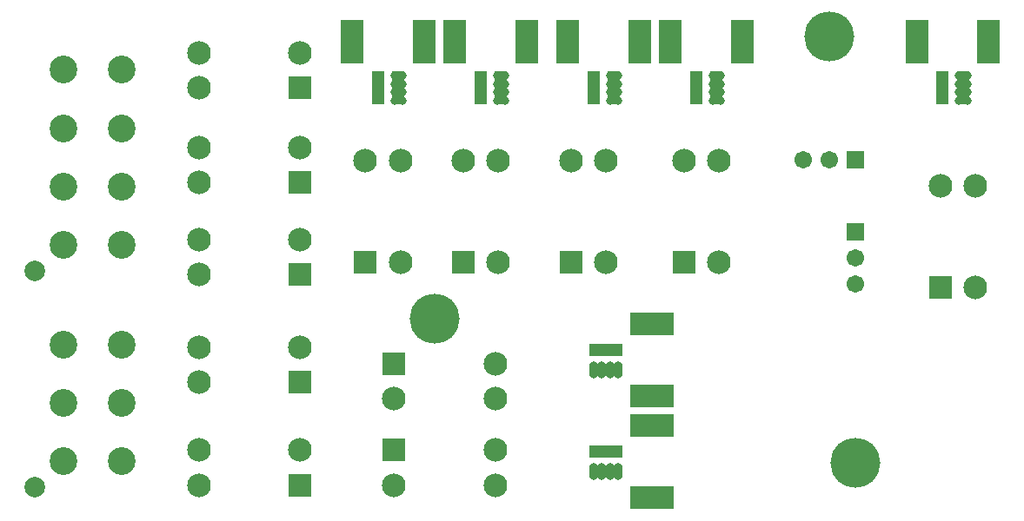
<source format=gts>
G04*
G04 #@! TF.GenerationSoftware,Altium Limited,Altium Designer,19.0.14 (431)*
G04*
G04 Layer_Color=8388736*
%FSLAX25Y25*%
%MOIN*%
G70*
G01*
G75*
%ADD16R,0.12611X0.04737*%
%ADD17R,0.16548X0.08674*%
%ADD18R,0.08674X0.16548*%
%ADD19R,0.04737X0.12611*%
%ADD20C,0.19107*%
%ADD21R,0.09068X0.09068*%
%ADD22C,0.09068*%
%ADD23C,0.10642*%
%ADD24R,0.09068X0.09068*%
%ADD25C,0.06737*%
%ADD26R,0.06737X0.06737*%
%ADD27R,0.06737X0.06737*%
%ADD28C,0.07887*%
%ADD29C,0.03162*%
D16*
X278345Y94489D02*
D03*
Y102363D02*
D03*
Y55512D02*
D03*
Y63386D02*
D03*
D17*
X296062Y112206D02*
D03*
Y84646D02*
D03*
Y73229D02*
D03*
Y45669D02*
D03*
D18*
X291339Y220472D02*
D03*
X263779D02*
D03*
X330709D02*
D03*
X303149D02*
D03*
X208662D02*
D03*
X181102D02*
D03*
X425198D02*
D03*
X397638D02*
D03*
X248032D02*
D03*
X220472D02*
D03*
D19*
X273622Y202755D02*
D03*
X281496D02*
D03*
X312992D02*
D03*
X320866D02*
D03*
X190945D02*
D03*
X198819D02*
D03*
X407481D02*
D03*
X415355D02*
D03*
X230315D02*
D03*
X238189D02*
D03*
D20*
X212598Y114173D02*
D03*
X364173Y222441D02*
D03*
X374016Y59055D02*
D03*
D21*
X308268Y136024D02*
D03*
X186221D02*
D03*
X264961D02*
D03*
X223622D02*
D03*
X406693Y126181D02*
D03*
D22*
X308268Y175000D02*
D03*
X321654D02*
D03*
Y136024D02*
D03*
X186221Y175000D02*
D03*
X199606D02*
D03*
Y136024D02*
D03*
X264961Y175000D02*
D03*
X278346D02*
D03*
Y136024D02*
D03*
X223622Y175000D02*
D03*
X237008D02*
D03*
Y136024D02*
D03*
X161221Y103150D02*
D03*
X122244D02*
D03*
Y89764D02*
D03*
X161221Y63779D02*
D03*
X122244D02*
D03*
Y50393D02*
D03*
X161221Y144488D02*
D03*
X122244D02*
D03*
Y131102D02*
D03*
X161221Y179921D02*
D03*
X122244D02*
D03*
Y166535D02*
D03*
X197047Y83465D02*
D03*
X236024D02*
D03*
Y96850D02*
D03*
X197047Y50393D02*
D03*
X236024D02*
D03*
Y63779D02*
D03*
X420079Y126181D02*
D03*
Y165157D02*
D03*
X406693D02*
D03*
X161221Y216142D02*
D03*
X122244D02*
D03*
Y202756D02*
D03*
D23*
X92716Y209779D02*
D03*
Y187338D02*
D03*
Y164897D02*
D03*
Y142456D02*
D03*
X70276Y209779D02*
D03*
Y187338D02*
D03*
Y164897D02*
D03*
Y142456D02*
D03*
X92716Y104331D02*
D03*
Y81890D02*
D03*
Y59449D02*
D03*
X70276Y104331D02*
D03*
X70472Y81890D02*
D03*
X70276Y59449D02*
D03*
D24*
X161221Y89764D02*
D03*
Y50393D02*
D03*
Y131102D02*
D03*
Y166535D02*
D03*
X197047Y96850D02*
D03*
Y63779D02*
D03*
X161221Y202756D02*
D03*
D25*
X354173Y175394D02*
D03*
X364173D02*
D03*
X374173Y127638D02*
D03*
Y137638D02*
D03*
D26*
Y175394D02*
D03*
D27*
Y147638D02*
D03*
D28*
X59370Y132692D02*
D03*
Y49685D02*
D03*
D29*
X283071Y96064D02*
D03*
Y92914D02*
D03*
X273621D02*
D03*
Y96064D02*
D03*
X279921Y92915D02*
D03*
Y96064D02*
D03*
X276771D02*
D03*
Y92915D02*
D03*
X278345Y94489D02*
D03*
X281495D02*
D03*
X275196D02*
D03*
X273620Y53936D02*
D03*
Y57086D02*
D03*
X283070D02*
D03*
Y53936D02*
D03*
X276770Y57086D02*
D03*
Y53936D02*
D03*
X279920D02*
D03*
Y57086D02*
D03*
X278345Y55512D02*
D03*
X275196D02*
D03*
X281495D02*
D03*
X413779Y207481D02*
D03*
X416929D02*
D03*
Y198031D02*
D03*
X413779D02*
D03*
X416929Y204331D02*
D03*
X413779D02*
D03*
Y201181D02*
D03*
X416929D02*
D03*
X415355Y202755D02*
D03*
Y205905D02*
D03*
Y199606D02*
D03*
X319290Y207481D02*
D03*
X322440D02*
D03*
Y198031D02*
D03*
X319290D02*
D03*
X322440Y204331D02*
D03*
X319290D02*
D03*
Y201181D02*
D03*
X322440D02*
D03*
X320866Y202755D02*
D03*
Y205905D02*
D03*
Y199606D02*
D03*
X279920Y207481D02*
D03*
X283070D02*
D03*
Y198031D02*
D03*
X279920D02*
D03*
X283069Y204331D02*
D03*
X279920D02*
D03*
Y201181D02*
D03*
X283069D02*
D03*
X281496Y202755D02*
D03*
Y205905D02*
D03*
Y199606D02*
D03*
X236614Y207481D02*
D03*
X239764D02*
D03*
Y198031D02*
D03*
X236614D02*
D03*
X239763Y204331D02*
D03*
X236614D02*
D03*
Y201181D02*
D03*
X239763D02*
D03*
X238189Y202755D02*
D03*
Y205905D02*
D03*
Y199606D02*
D03*
X197244Y207481D02*
D03*
X200394D02*
D03*
Y198031D02*
D03*
X197244D02*
D03*
X200393Y204331D02*
D03*
X197244D02*
D03*
Y201181D02*
D03*
X200393D02*
D03*
X198819Y202755D02*
D03*
Y205905D02*
D03*
Y199606D02*
D03*
M02*

</source>
